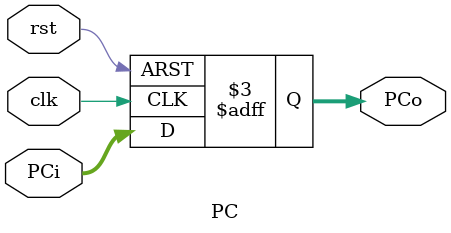
<source format=v>
module PC(
    input wire clk,rst,
    input wire [31:0] PCi ,
    output reg [31:0] PCo
);

    always @(posedge clk, negedge rst) begin
        if(!rst)
            PCo <= 31'b0;
        else
            PCo <= PCi;
    
    end

endmodule
</source>
